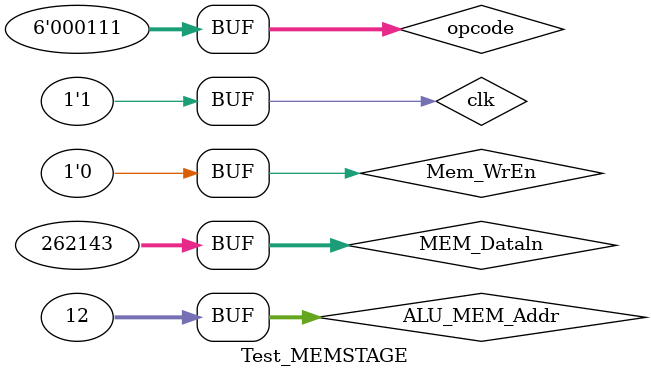
<source format=v>
`timescale 1ns / 1ps


module Test_MEMSTAGE;

	// Inputs
	reg [5:0] opcode;
	reg clk;
	reg Mem_WrEn;
	reg [31:0] ALU_MEM_Addr;
	reg [31:0] MEM_Dataln;

	// Outputs
	wire [31:0] MEM_DataOut;

	// Instantiate the Unit Under Test (UUT)
	MEMSTAGE uut (
		.clk(clk), 
		.opcode(opcode),
		.Mem_WrEn(Mem_WrEn), 
		.ALU_MEM_Addr(ALU_MEM_Addr), 
		.MEM_Dataln(MEM_Dataln), 
		.MEM_DataOut(MEM_DataOut)
	);
always begin 
	clk = 0; //Clock
	#0.001;
	clk = 1;
	#0.001;
	end
	
	initial begin
		// Initialize Inputs
		Mem_WrEn = 0;
		ALU_MEM_Addr = 0;
		opcode = 6'b0;
		MEM_Dataln = 0;
		#0.002;
		Mem_WrEn = 1;
		ALU_MEM_Addr = 10'b10;
		MEM_Dataln = 32'b1010101010;
		#0.002;
		Mem_WrEn = 0;
		ALU_MEM_Addr = 10'b10;
		MEM_Dataln = 32'b1010101010;
		#0.002;
		opcode = 6'b111;
		Mem_WrEn = 1;
		ALU_MEM_Addr = 10'b1100;
		MEM_Dataln = 32'b111111111111111111;
      #0.002;
		Mem_WrEn = 0;
		ALU_MEM_Addr = 10'b1100;
		MEM_Dataln = 32'b111111111111111111;		

		        
		// Add stimulus here

	end
      
endmodule


</source>
